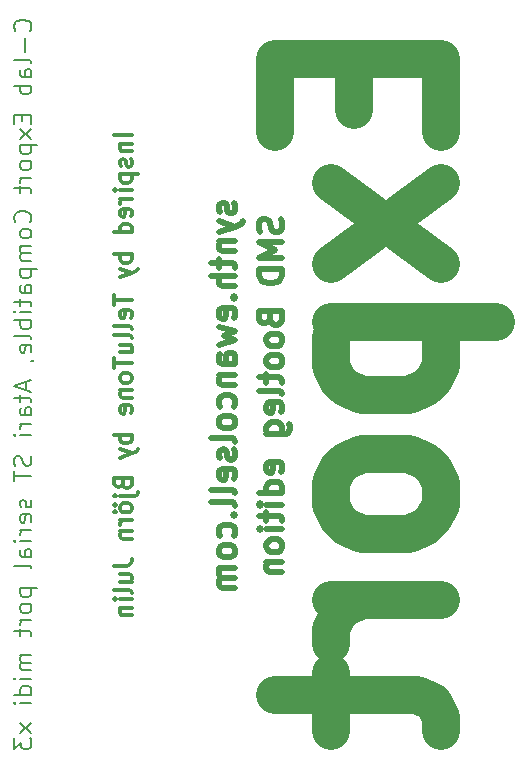
<source format=gbr>
%TF.GenerationSoftware,KiCad,Pcbnew,(5.1.10-1-10_14)*%
%TF.CreationDate,2021-11-16T12:10:24+01:00*%
%TF.ProjectId,Atari Export,41746172-6920-4457-9870-6f72742e6b69,rev?*%
%TF.SameCoordinates,Original*%
%TF.FileFunction,Legend,Bot*%
%TF.FilePolarity,Positive*%
%FSLAX46Y46*%
G04 Gerber Fmt 4.6, Leading zero omitted, Abs format (unit mm)*
G04 Created by KiCad (PCBNEW (5.1.10-1-10_14)) date 2021-11-16 12:10:24*
%MOMM*%
%LPD*%
G01*
G04 APERTURE LIST*
%ADD10C,0.300000*%
%ADD11C,0.500000*%
%ADD12C,3.250000*%
%ADD13C,0.200000*%
G04 APERTURE END LIST*
D10*
X100178571Y-55928571D02*
X98678571Y-55928571D01*
X99178571Y-56642857D02*
X100178571Y-56642857D01*
X99321428Y-56642857D02*
X99250000Y-56714285D01*
X99178571Y-56857142D01*
X99178571Y-57071428D01*
X99250000Y-57214285D01*
X99392857Y-57285714D01*
X100178571Y-57285714D01*
X100107142Y-57928571D02*
X100178571Y-58071428D01*
X100178571Y-58357142D01*
X100107142Y-58500000D01*
X99964285Y-58571428D01*
X99892857Y-58571428D01*
X99750000Y-58500000D01*
X99678571Y-58357142D01*
X99678571Y-58142857D01*
X99607142Y-58000000D01*
X99464285Y-57928571D01*
X99392857Y-57928571D01*
X99250000Y-58000000D01*
X99178571Y-58142857D01*
X99178571Y-58357142D01*
X99250000Y-58500000D01*
X99178571Y-59214285D02*
X100678571Y-59214285D01*
X99250000Y-59214285D02*
X99178571Y-59357142D01*
X99178571Y-59642857D01*
X99250000Y-59785714D01*
X99321428Y-59857142D01*
X99464285Y-59928571D01*
X99892857Y-59928571D01*
X100035714Y-59857142D01*
X100107142Y-59785714D01*
X100178571Y-59642857D01*
X100178571Y-59357142D01*
X100107142Y-59214285D01*
X100178571Y-60571428D02*
X99178571Y-60571428D01*
X98678571Y-60571428D02*
X98750000Y-60500000D01*
X98821428Y-60571428D01*
X98750000Y-60642857D01*
X98678571Y-60571428D01*
X98821428Y-60571428D01*
X100178571Y-61285714D02*
X99178571Y-61285714D01*
X99464285Y-61285714D02*
X99321428Y-61357142D01*
X99250000Y-61428571D01*
X99178571Y-61571428D01*
X99178571Y-61714285D01*
X100107142Y-62785714D02*
X100178571Y-62642857D01*
X100178571Y-62357142D01*
X100107142Y-62214285D01*
X99964285Y-62142857D01*
X99392857Y-62142857D01*
X99250000Y-62214285D01*
X99178571Y-62357142D01*
X99178571Y-62642857D01*
X99250000Y-62785714D01*
X99392857Y-62857142D01*
X99535714Y-62857142D01*
X99678571Y-62142857D01*
X100178571Y-64142857D02*
X98678571Y-64142857D01*
X100107142Y-64142857D02*
X100178571Y-64000000D01*
X100178571Y-63714285D01*
X100107142Y-63571428D01*
X100035714Y-63500000D01*
X99892857Y-63428571D01*
X99464285Y-63428571D01*
X99321428Y-63500000D01*
X99250000Y-63571428D01*
X99178571Y-63714285D01*
X99178571Y-64000000D01*
X99250000Y-64142857D01*
X100178571Y-66000000D02*
X98678571Y-66000000D01*
X99250000Y-66000000D02*
X99178571Y-66142857D01*
X99178571Y-66428571D01*
X99250000Y-66571428D01*
X99321428Y-66642857D01*
X99464285Y-66714285D01*
X99892857Y-66714285D01*
X100035714Y-66642857D01*
X100107142Y-66571428D01*
X100178571Y-66428571D01*
X100178571Y-66142857D01*
X100107142Y-66000000D01*
X99178571Y-67214285D02*
X100178571Y-67571428D01*
X99178571Y-67928571D02*
X100178571Y-67571428D01*
X100535714Y-67428571D01*
X100607142Y-67357142D01*
X100678571Y-67214285D01*
X98678571Y-69428571D02*
X98678571Y-70285714D01*
X100178571Y-69857142D02*
X98678571Y-69857142D01*
X100107142Y-71357142D02*
X100178571Y-71214285D01*
X100178571Y-70928571D01*
X100107142Y-70785714D01*
X99964285Y-70714285D01*
X99392857Y-70714285D01*
X99250000Y-70785714D01*
X99178571Y-70928571D01*
X99178571Y-71214285D01*
X99250000Y-71357142D01*
X99392857Y-71428571D01*
X99535714Y-71428571D01*
X99678571Y-70714285D01*
X100178571Y-72285714D02*
X100107142Y-72142857D01*
X99964285Y-72071428D01*
X98678571Y-72071428D01*
X100178571Y-73071428D02*
X100107142Y-72928571D01*
X99964285Y-72857142D01*
X98678571Y-72857142D01*
X99178571Y-74285714D02*
X100178571Y-74285714D01*
X99178571Y-73642857D02*
X99964285Y-73642857D01*
X100107142Y-73714285D01*
X100178571Y-73857142D01*
X100178571Y-74071428D01*
X100107142Y-74214285D01*
X100035714Y-74285714D01*
X98678571Y-74785714D02*
X98678571Y-75642857D01*
X100178571Y-75214285D02*
X98678571Y-75214285D01*
X100178571Y-76357142D02*
X100107142Y-76214285D01*
X100035714Y-76142857D01*
X99892857Y-76071428D01*
X99464285Y-76071428D01*
X99321428Y-76142857D01*
X99250000Y-76214285D01*
X99178571Y-76357142D01*
X99178571Y-76571428D01*
X99250000Y-76714285D01*
X99321428Y-76785714D01*
X99464285Y-76857142D01*
X99892857Y-76857142D01*
X100035714Y-76785714D01*
X100107142Y-76714285D01*
X100178571Y-76571428D01*
X100178571Y-76357142D01*
X99178571Y-77500000D02*
X100178571Y-77500000D01*
X99321428Y-77500000D02*
X99250000Y-77571428D01*
X99178571Y-77714285D01*
X99178571Y-77928571D01*
X99250000Y-78071428D01*
X99392857Y-78142857D01*
X100178571Y-78142857D01*
X100107142Y-79428571D02*
X100178571Y-79285714D01*
X100178571Y-79000000D01*
X100107142Y-78857142D01*
X99964285Y-78785714D01*
X99392857Y-78785714D01*
X99250000Y-78857142D01*
X99178571Y-79000000D01*
X99178571Y-79285714D01*
X99250000Y-79428571D01*
X99392857Y-79500000D01*
X99535714Y-79500000D01*
X99678571Y-78785714D01*
X100178571Y-81285714D02*
X98678571Y-81285714D01*
X99250000Y-81285714D02*
X99178571Y-81428571D01*
X99178571Y-81714285D01*
X99250000Y-81857142D01*
X99321428Y-81928571D01*
X99464285Y-82000000D01*
X99892857Y-82000000D01*
X100035714Y-81928571D01*
X100107142Y-81857142D01*
X100178571Y-81714285D01*
X100178571Y-81428571D01*
X100107142Y-81285714D01*
X99178571Y-82500000D02*
X100178571Y-82857142D01*
X99178571Y-83214285D02*
X100178571Y-82857142D01*
X100535714Y-82714285D01*
X100607142Y-82642857D01*
X100678571Y-82500000D01*
X99392857Y-85428571D02*
X99464285Y-85642857D01*
X99535714Y-85714285D01*
X99678571Y-85785714D01*
X99892857Y-85785714D01*
X100035714Y-85714285D01*
X100107142Y-85642857D01*
X100178571Y-85500000D01*
X100178571Y-84928571D01*
X98678571Y-84928571D01*
X98678571Y-85428571D01*
X98750000Y-85571428D01*
X98821428Y-85642857D01*
X98964285Y-85714285D01*
X99107142Y-85714285D01*
X99250000Y-85642857D01*
X99321428Y-85571428D01*
X99392857Y-85428571D01*
X99392857Y-84928571D01*
X99178571Y-86428571D02*
X100464285Y-86428571D01*
X100607142Y-86357142D01*
X100678571Y-86214285D01*
X100678571Y-86142857D01*
X98678571Y-86428571D02*
X98750000Y-86357142D01*
X98821428Y-86428571D01*
X98750000Y-86500000D01*
X98678571Y-86428571D01*
X98821428Y-86428571D01*
X100178571Y-87357142D02*
X100107142Y-87214285D01*
X100035714Y-87142857D01*
X99892857Y-87071428D01*
X99464285Y-87071428D01*
X99321428Y-87142857D01*
X99250000Y-87214285D01*
X99178571Y-87357142D01*
X99178571Y-87571428D01*
X99250000Y-87714285D01*
X99321428Y-87785714D01*
X99464285Y-87857142D01*
X99892857Y-87857142D01*
X100035714Y-87785714D01*
X100107142Y-87714285D01*
X100178571Y-87571428D01*
X100178571Y-87357142D01*
X98678571Y-87214285D02*
X98750000Y-87285714D01*
X98821428Y-87214285D01*
X98750000Y-87142857D01*
X98678571Y-87214285D01*
X98821428Y-87214285D01*
X98678571Y-87785714D02*
X98750000Y-87857142D01*
X98821428Y-87785714D01*
X98750000Y-87714285D01*
X98678571Y-87785714D01*
X98821428Y-87785714D01*
X100178571Y-88500000D02*
X99178571Y-88500000D01*
X99464285Y-88500000D02*
X99321428Y-88571428D01*
X99250000Y-88642857D01*
X99178571Y-88785714D01*
X99178571Y-88928571D01*
X99178571Y-89428571D02*
X100178571Y-89428571D01*
X99321428Y-89428571D02*
X99250000Y-89500000D01*
X99178571Y-89642857D01*
X99178571Y-89857142D01*
X99250000Y-90000000D01*
X99392857Y-90071428D01*
X100178571Y-90071428D01*
X98678571Y-92357142D02*
X99750000Y-92357142D01*
X99964285Y-92285714D01*
X100107142Y-92142857D01*
X100178571Y-91928571D01*
X100178571Y-91785714D01*
X99178571Y-93714285D02*
X100178571Y-93714285D01*
X99178571Y-93071428D02*
X99964285Y-93071428D01*
X100107142Y-93142857D01*
X100178571Y-93285714D01*
X100178571Y-93500000D01*
X100107142Y-93642857D01*
X100035714Y-93714285D01*
X100178571Y-94642857D02*
X100107142Y-94500000D01*
X99964285Y-94428571D01*
X98678571Y-94428571D01*
X100178571Y-95214285D02*
X99178571Y-95214285D01*
X98678571Y-95214285D02*
X98750000Y-95142857D01*
X98821428Y-95214285D01*
X98750000Y-95285714D01*
X98678571Y-95214285D01*
X98821428Y-95214285D01*
X99178571Y-95928571D02*
X100178571Y-95928571D01*
X99321428Y-95928571D02*
X99250000Y-96000000D01*
X99178571Y-96142857D01*
X99178571Y-96357142D01*
X99250000Y-96500000D01*
X99392857Y-96571428D01*
X100178571Y-96571428D01*
D11*
X112809523Y-63000000D02*
X112904761Y-63285714D01*
X112904761Y-63761904D01*
X112809523Y-63952380D01*
X112714285Y-64047619D01*
X112523809Y-64142857D01*
X112333333Y-64142857D01*
X112142857Y-64047619D01*
X112047619Y-63952380D01*
X111952380Y-63761904D01*
X111857142Y-63380952D01*
X111761904Y-63190476D01*
X111666666Y-63095238D01*
X111476190Y-63000000D01*
X111285714Y-63000000D01*
X111095238Y-63095238D01*
X111000000Y-63190476D01*
X110904761Y-63380952D01*
X110904761Y-63857142D01*
X111000000Y-64142857D01*
X112904761Y-65000000D02*
X110904761Y-65000000D01*
X112333333Y-65666666D01*
X110904761Y-66333333D01*
X112904761Y-66333333D01*
X112904761Y-67285714D02*
X110904761Y-67285714D01*
X110904761Y-67761904D01*
X111000000Y-68047619D01*
X111190476Y-68238095D01*
X111380952Y-68333333D01*
X111761904Y-68428571D01*
X112047619Y-68428571D01*
X112428571Y-68333333D01*
X112619047Y-68238095D01*
X112809523Y-68047619D01*
X112904761Y-67761904D01*
X112904761Y-67285714D01*
X111857142Y-71476190D02*
X111952380Y-71761904D01*
X112047619Y-71857142D01*
X112238095Y-71952380D01*
X112523809Y-71952380D01*
X112714285Y-71857142D01*
X112809523Y-71761904D01*
X112904761Y-71571428D01*
X112904761Y-70809523D01*
X110904761Y-70809523D01*
X110904761Y-71476190D01*
X111000000Y-71666666D01*
X111095238Y-71761904D01*
X111285714Y-71857142D01*
X111476190Y-71857142D01*
X111666666Y-71761904D01*
X111761904Y-71666666D01*
X111857142Y-71476190D01*
X111857142Y-70809523D01*
X112904761Y-73095238D02*
X112809523Y-72904761D01*
X112714285Y-72809523D01*
X112523809Y-72714285D01*
X111952380Y-72714285D01*
X111761904Y-72809523D01*
X111666666Y-72904761D01*
X111571428Y-73095238D01*
X111571428Y-73380952D01*
X111666666Y-73571428D01*
X111761904Y-73666666D01*
X111952380Y-73761904D01*
X112523809Y-73761904D01*
X112714285Y-73666666D01*
X112809523Y-73571428D01*
X112904761Y-73380952D01*
X112904761Y-73095238D01*
X112904761Y-74904761D02*
X112809523Y-74714285D01*
X112714285Y-74619047D01*
X112523809Y-74523809D01*
X111952380Y-74523809D01*
X111761904Y-74619047D01*
X111666666Y-74714285D01*
X111571428Y-74904761D01*
X111571428Y-75190476D01*
X111666666Y-75380952D01*
X111761904Y-75476190D01*
X111952380Y-75571428D01*
X112523809Y-75571428D01*
X112714285Y-75476190D01*
X112809523Y-75380952D01*
X112904761Y-75190476D01*
X112904761Y-74904761D01*
X111571428Y-76142857D02*
X111571428Y-76904761D01*
X110904761Y-76428571D02*
X112619047Y-76428571D01*
X112809523Y-76523809D01*
X112904761Y-76714285D01*
X112904761Y-76904761D01*
X112904761Y-77857142D02*
X112809523Y-77666666D01*
X112619047Y-77571428D01*
X110904761Y-77571428D01*
X112809523Y-79380952D02*
X112904761Y-79190476D01*
X112904761Y-78809523D01*
X112809523Y-78619047D01*
X112619047Y-78523809D01*
X111857142Y-78523809D01*
X111666666Y-78619047D01*
X111571428Y-78809523D01*
X111571428Y-79190476D01*
X111666666Y-79380952D01*
X111857142Y-79476190D01*
X112047619Y-79476190D01*
X112238095Y-78523809D01*
X111571428Y-81190476D02*
X113190476Y-81190476D01*
X113380952Y-81095238D01*
X113476190Y-81000000D01*
X113571428Y-80809523D01*
X113571428Y-80523809D01*
X113476190Y-80333333D01*
X112809523Y-81190476D02*
X112904761Y-81000000D01*
X112904761Y-80619047D01*
X112809523Y-80428571D01*
X112714285Y-80333333D01*
X112523809Y-80238095D01*
X111952380Y-80238095D01*
X111761904Y-80333333D01*
X111666666Y-80428571D01*
X111571428Y-80619047D01*
X111571428Y-81000000D01*
X111666666Y-81190476D01*
X112809523Y-84428571D02*
X112904761Y-84238095D01*
X112904761Y-83857142D01*
X112809523Y-83666666D01*
X112619047Y-83571428D01*
X111857142Y-83571428D01*
X111666666Y-83666666D01*
X111571428Y-83857142D01*
X111571428Y-84238095D01*
X111666666Y-84428571D01*
X111857142Y-84523809D01*
X112047619Y-84523809D01*
X112238095Y-83571428D01*
X112904761Y-86238095D02*
X110904761Y-86238095D01*
X112809523Y-86238095D02*
X112904761Y-86047619D01*
X112904761Y-85666666D01*
X112809523Y-85476190D01*
X112714285Y-85380952D01*
X112523809Y-85285714D01*
X111952380Y-85285714D01*
X111761904Y-85380952D01*
X111666666Y-85476190D01*
X111571428Y-85666666D01*
X111571428Y-86047619D01*
X111666666Y-86238095D01*
X112904761Y-87190476D02*
X111571428Y-87190476D01*
X110904761Y-87190476D02*
X111000000Y-87095238D01*
X111095238Y-87190476D01*
X111000000Y-87285714D01*
X110904761Y-87190476D01*
X111095238Y-87190476D01*
X111571428Y-87857142D02*
X111571428Y-88619047D01*
X110904761Y-88142857D02*
X112619047Y-88142857D01*
X112809523Y-88238095D01*
X112904761Y-88428571D01*
X112904761Y-88619047D01*
X112904761Y-89285714D02*
X111571428Y-89285714D01*
X110904761Y-89285714D02*
X111000000Y-89190476D01*
X111095238Y-89285714D01*
X111000000Y-89380952D01*
X110904761Y-89285714D01*
X111095238Y-89285714D01*
X112904761Y-90523809D02*
X112809523Y-90333333D01*
X112714285Y-90238095D01*
X112523809Y-90142857D01*
X111952380Y-90142857D01*
X111761904Y-90238095D01*
X111666666Y-90333333D01*
X111571428Y-90523809D01*
X111571428Y-90809523D01*
X111666666Y-91000000D01*
X111761904Y-91095238D01*
X111952380Y-91190476D01*
X112523809Y-91190476D01*
X112714285Y-91095238D01*
X112809523Y-91000000D01*
X112904761Y-90809523D01*
X112904761Y-90523809D01*
X111571428Y-92047619D02*
X112904761Y-92047619D01*
X111761904Y-92047619D02*
X111666666Y-92142857D01*
X111571428Y-92333333D01*
X111571428Y-92619047D01*
X111666666Y-92809523D01*
X111857142Y-92904761D01*
X112904761Y-92904761D01*
D12*
X119000000Y-49452380D02*
X119000000Y-53785714D01*
X126333333Y-55642857D02*
X126333333Y-49452380D01*
X112333333Y-49452380D01*
X112333333Y-55642857D01*
X126333333Y-59976190D02*
X117000000Y-66785714D01*
X117000000Y-59976190D02*
X126333333Y-66785714D01*
X117000000Y-71738095D02*
X131000000Y-71738095D01*
X117666666Y-71738095D02*
X117000000Y-72976190D01*
X117000000Y-75452380D01*
X117666666Y-76690476D01*
X118333333Y-77309523D01*
X119666666Y-77928571D01*
X123666666Y-77928571D01*
X125000000Y-77309523D01*
X125666666Y-76690476D01*
X126333333Y-75452380D01*
X126333333Y-72976190D01*
X125666666Y-71738095D01*
X126333333Y-85357142D02*
X125666666Y-84119047D01*
X125000000Y-83500000D01*
X123666666Y-82880952D01*
X119666666Y-82880952D01*
X118333333Y-83500000D01*
X117666666Y-84119047D01*
X117000000Y-85357142D01*
X117000000Y-87214285D01*
X117666666Y-88452380D01*
X118333333Y-89071428D01*
X119666666Y-89690476D01*
X123666666Y-89690476D01*
X125000000Y-89071428D01*
X125666666Y-88452380D01*
X126333333Y-87214285D01*
X126333333Y-85357142D01*
X126333333Y-95261904D02*
X117000000Y-95261904D01*
X119666666Y-95261904D02*
X118333333Y-95880952D01*
X117666666Y-96500000D01*
X117000000Y-97738095D01*
X117000000Y-98976190D01*
X117000000Y-101452380D02*
X117000000Y-106404761D01*
X112333333Y-103309523D02*
X124333333Y-103309523D01*
X125666666Y-103928571D01*
X126333333Y-105166666D01*
X126333333Y-106404761D01*
D13*
X91535714Y-47071428D02*
X91607142Y-47000000D01*
X91678571Y-46785714D01*
X91678571Y-46642857D01*
X91607142Y-46428571D01*
X91464285Y-46285714D01*
X91321428Y-46214285D01*
X91035714Y-46142857D01*
X90821428Y-46142857D01*
X90535714Y-46214285D01*
X90392857Y-46285714D01*
X90250000Y-46428571D01*
X90178571Y-46642857D01*
X90178571Y-46785714D01*
X90250000Y-47000000D01*
X90321428Y-47071428D01*
X91107142Y-47714285D02*
X91107142Y-48857142D01*
X91678571Y-49785714D02*
X91607142Y-49642857D01*
X91464285Y-49571428D01*
X90178571Y-49571428D01*
X91678571Y-51000000D02*
X90892857Y-51000000D01*
X90750000Y-50928571D01*
X90678571Y-50785714D01*
X90678571Y-50500000D01*
X90750000Y-50357142D01*
X91607142Y-51000000D02*
X91678571Y-50857142D01*
X91678571Y-50500000D01*
X91607142Y-50357142D01*
X91464285Y-50285714D01*
X91321428Y-50285714D01*
X91178571Y-50357142D01*
X91107142Y-50500000D01*
X91107142Y-50857142D01*
X91035714Y-51000000D01*
X91678571Y-51714285D02*
X90178571Y-51714285D01*
X90750000Y-51714285D02*
X90678571Y-51857142D01*
X90678571Y-52142857D01*
X90750000Y-52285714D01*
X90821428Y-52357142D01*
X90964285Y-52428571D01*
X91392857Y-52428571D01*
X91535714Y-52357142D01*
X91607142Y-52285714D01*
X91678571Y-52142857D01*
X91678571Y-51857142D01*
X91607142Y-51714285D01*
X90892857Y-54214285D02*
X90892857Y-54714285D01*
X91678571Y-54928571D02*
X91678571Y-54214285D01*
X90178571Y-54214285D01*
X90178571Y-54928571D01*
X91678571Y-55428571D02*
X90678571Y-56214285D01*
X90678571Y-55428571D02*
X91678571Y-56214285D01*
X90678571Y-56785714D02*
X92178571Y-56785714D01*
X90750000Y-56785714D02*
X90678571Y-56928571D01*
X90678571Y-57214285D01*
X90750000Y-57357142D01*
X90821428Y-57428571D01*
X90964285Y-57500000D01*
X91392857Y-57500000D01*
X91535714Y-57428571D01*
X91607142Y-57357142D01*
X91678571Y-57214285D01*
X91678571Y-56928571D01*
X91607142Y-56785714D01*
X91678571Y-58357142D02*
X91607142Y-58214285D01*
X91535714Y-58142857D01*
X91392857Y-58071428D01*
X90964285Y-58071428D01*
X90821428Y-58142857D01*
X90750000Y-58214285D01*
X90678571Y-58357142D01*
X90678571Y-58571428D01*
X90750000Y-58714285D01*
X90821428Y-58785714D01*
X90964285Y-58857142D01*
X91392857Y-58857142D01*
X91535714Y-58785714D01*
X91607142Y-58714285D01*
X91678571Y-58571428D01*
X91678571Y-58357142D01*
X91678571Y-59500000D02*
X90678571Y-59500000D01*
X90964285Y-59500000D02*
X90821428Y-59571428D01*
X90750000Y-59642857D01*
X90678571Y-59785714D01*
X90678571Y-59928571D01*
X90678571Y-60214285D02*
X90678571Y-60785714D01*
X90178571Y-60428571D02*
X91464285Y-60428571D01*
X91607142Y-60500000D01*
X91678571Y-60642857D01*
X91678571Y-60785714D01*
X91535714Y-63285714D02*
X91607142Y-63214285D01*
X91678571Y-63000000D01*
X91678571Y-62857142D01*
X91607142Y-62642857D01*
X91464285Y-62500000D01*
X91321428Y-62428571D01*
X91035714Y-62357142D01*
X90821428Y-62357142D01*
X90535714Y-62428571D01*
X90392857Y-62500000D01*
X90250000Y-62642857D01*
X90178571Y-62857142D01*
X90178571Y-63000000D01*
X90250000Y-63214285D01*
X90321428Y-63285714D01*
X91678571Y-64142857D02*
X91607142Y-64000000D01*
X91535714Y-63928571D01*
X91392857Y-63857142D01*
X90964285Y-63857142D01*
X90821428Y-63928571D01*
X90750000Y-64000000D01*
X90678571Y-64142857D01*
X90678571Y-64357142D01*
X90750000Y-64500000D01*
X90821428Y-64571428D01*
X90964285Y-64642857D01*
X91392857Y-64642857D01*
X91535714Y-64571428D01*
X91607142Y-64500000D01*
X91678571Y-64357142D01*
X91678571Y-64142857D01*
X91678571Y-65285714D02*
X90678571Y-65285714D01*
X90821428Y-65285714D02*
X90750000Y-65357142D01*
X90678571Y-65500000D01*
X90678571Y-65714285D01*
X90750000Y-65857142D01*
X90892857Y-65928571D01*
X91678571Y-65928571D01*
X90892857Y-65928571D02*
X90750000Y-66000000D01*
X90678571Y-66142857D01*
X90678571Y-66357142D01*
X90750000Y-66500000D01*
X90892857Y-66571428D01*
X91678571Y-66571428D01*
X90678571Y-67285714D02*
X92178571Y-67285714D01*
X90750000Y-67285714D02*
X90678571Y-67428571D01*
X90678571Y-67714285D01*
X90750000Y-67857142D01*
X90821428Y-67928571D01*
X90964285Y-68000000D01*
X91392857Y-68000000D01*
X91535714Y-67928571D01*
X91607142Y-67857142D01*
X91678571Y-67714285D01*
X91678571Y-67428571D01*
X91607142Y-67285714D01*
X91678571Y-69285714D02*
X90892857Y-69285714D01*
X90750000Y-69214285D01*
X90678571Y-69071428D01*
X90678571Y-68785714D01*
X90750000Y-68642857D01*
X91607142Y-69285714D02*
X91678571Y-69142857D01*
X91678571Y-68785714D01*
X91607142Y-68642857D01*
X91464285Y-68571428D01*
X91321428Y-68571428D01*
X91178571Y-68642857D01*
X91107142Y-68785714D01*
X91107142Y-69142857D01*
X91035714Y-69285714D01*
X90678571Y-69785714D02*
X90678571Y-70357142D01*
X90178571Y-70000000D02*
X91464285Y-70000000D01*
X91607142Y-70071428D01*
X91678571Y-70214285D01*
X91678571Y-70357142D01*
X91678571Y-70857142D02*
X90678571Y-70857142D01*
X90178571Y-70857142D02*
X90250000Y-70785714D01*
X90321428Y-70857142D01*
X90250000Y-70928571D01*
X90178571Y-70857142D01*
X90321428Y-70857142D01*
X91678571Y-71571428D02*
X90178571Y-71571428D01*
X90750000Y-71571428D02*
X90678571Y-71714285D01*
X90678571Y-72000000D01*
X90750000Y-72142857D01*
X90821428Y-72214285D01*
X90964285Y-72285714D01*
X91392857Y-72285714D01*
X91535714Y-72214285D01*
X91607142Y-72142857D01*
X91678571Y-72000000D01*
X91678571Y-71714285D01*
X91607142Y-71571428D01*
X91678571Y-73142857D02*
X91607142Y-73000000D01*
X91464285Y-72928571D01*
X90178571Y-72928571D01*
X91607142Y-74285714D02*
X91678571Y-74142857D01*
X91678571Y-73857142D01*
X91607142Y-73714285D01*
X91464285Y-73642857D01*
X90892857Y-73642857D01*
X90750000Y-73714285D01*
X90678571Y-73857142D01*
X90678571Y-74142857D01*
X90750000Y-74285714D01*
X90892857Y-74357142D01*
X91035714Y-74357142D01*
X91178571Y-73642857D01*
X91607142Y-75071428D02*
X91678571Y-75071428D01*
X91821428Y-75000000D01*
X91892857Y-74928571D01*
X91250000Y-76785714D02*
X91250000Y-77500000D01*
X91678571Y-76642857D02*
X90178571Y-77142857D01*
X91678571Y-77642857D01*
X90678571Y-77928571D02*
X90678571Y-78500000D01*
X90178571Y-78142857D02*
X91464285Y-78142857D01*
X91607142Y-78214285D01*
X91678571Y-78357142D01*
X91678571Y-78500000D01*
X91678571Y-79642857D02*
X90892857Y-79642857D01*
X90750000Y-79571428D01*
X90678571Y-79428571D01*
X90678571Y-79142857D01*
X90750000Y-79000000D01*
X91607142Y-79642857D02*
X91678571Y-79500000D01*
X91678571Y-79142857D01*
X91607142Y-79000000D01*
X91464285Y-78928571D01*
X91321428Y-78928571D01*
X91178571Y-79000000D01*
X91107142Y-79142857D01*
X91107142Y-79500000D01*
X91035714Y-79642857D01*
X91678571Y-80357142D02*
X90678571Y-80357142D01*
X90964285Y-80357142D02*
X90821428Y-80428571D01*
X90750000Y-80500000D01*
X90678571Y-80642857D01*
X90678571Y-80785714D01*
X91678571Y-81285714D02*
X90678571Y-81285714D01*
X90178571Y-81285714D02*
X90250000Y-81214285D01*
X90321428Y-81285714D01*
X90250000Y-81357142D01*
X90178571Y-81285714D01*
X90321428Y-81285714D01*
X91607142Y-83071428D02*
X91678571Y-83285714D01*
X91678571Y-83642857D01*
X91607142Y-83785714D01*
X91535714Y-83857142D01*
X91392857Y-83928571D01*
X91250000Y-83928571D01*
X91107142Y-83857142D01*
X91035714Y-83785714D01*
X90964285Y-83642857D01*
X90892857Y-83357142D01*
X90821428Y-83214285D01*
X90750000Y-83142857D01*
X90607142Y-83071428D01*
X90464285Y-83071428D01*
X90321428Y-83142857D01*
X90250000Y-83214285D01*
X90178571Y-83357142D01*
X90178571Y-83714285D01*
X90250000Y-83928571D01*
X90178571Y-84357142D02*
X90178571Y-85214285D01*
X91678571Y-84785714D02*
X90178571Y-84785714D01*
X91607142Y-86785714D02*
X91678571Y-86928571D01*
X91678571Y-87214285D01*
X91607142Y-87357142D01*
X91464285Y-87428571D01*
X91392857Y-87428571D01*
X91250000Y-87357142D01*
X91178571Y-87214285D01*
X91178571Y-87000000D01*
X91107142Y-86857142D01*
X90964285Y-86785714D01*
X90892857Y-86785714D01*
X90750000Y-86857142D01*
X90678571Y-87000000D01*
X90678571Y-87214285D01*
X90750000Y-87357142D01*
X91607142Y-88642857D02*
X91678571Y-88500000D01*
X91678571Y-88214285D01*
X91607142Y-88071428D01*
X91464285Y-88000000D01*
X90892857Y-88000000D01*
X90750000Y-88071428D01*
X90678571Y-88214285D01*
X90678571Y-88500000D01*
X90750000Y-88642857D01*
X90892857Y-88714285D01*
X91035714Y-88714285D01*
X91178571Y-88000000D01*
X91678571Y-89357142D02*
X90678571Y-89357142D01*
X90964285Y-89357142D02*
X90821428Y-89428571D01*
X90750000Y-89500000D01*
X90678571Y-89642857D01*
X90678571Y-89785714D01*
X91678571Y-90285714D02*
X90678571Y-90285714D01*
X90178571Y-90285714D02*
X90250000Y-90214285D01*
X90321428Y-90285714D01*
X90250000Y-90357142D01*
X90178571Y-90285714D01*
X90321428Y-90285714D01*
X91678571Y-91642857D02*
X90892857Y-91642857D01*
X90750000Y-91571428D01*
X90678571Y-91428571D01*
X90678571Y-91142857D01*
X90750000Y-91000000D01*
X91607142Y-91642857D02*
X91678571Y-91500000D01*
X91678571Y-91142857D01*
X91607142Y-91000000D01*
X91464285Y-90928571D01*
X91321428Y-90928571D01*
X91178571Y-91000000D01*
X91107142Y-91142857D01*
X91107142Y-91500000D01*
X91035714Y-91642857D01*
X91678571Y-92571428D02*
X91607142Y-92428571D01*
X91464285Y-92357142D01*
X90178571Y-92357142D01*
X90678571Y-94285714D02*
X92178571Y-94285714D01*
X90750000Y-94285714D02*
X90678571Y-94428571D01*
X90678571Y-94714285D01*
X90750000Y-94857142D01*
X90821428Y-94928571D01*
X90964285Y-95000000D01*
X91392857Y-95000000D01*
X91535714Y-94928571D01*
X91607142Y-94857142D01*
X91678571Y-94714285D01*
X91678571Y-94428571D01*
X91607142Y-94285714D01*
X91678571Y-95857142D02*
X91607142Y-95714285D01*
X91535714Y-95642857D01*
X91392857Y-95571428D01*
X90964285Y-95571428D01*
X90821428Y-95642857D01*
X90750000Y-95714285D01*
X90678571Y-95857142D01*
X90678571Y-96071428D01*
X90750000Y-96214285D01*
X90821428Y-96285714D01*
X90964285Y-96357142D01*
X91392857Y-96357142D01*
X91535714Y-96285714D01*
X91607142Y-96214285D01*
X91678571Y-96071428D01*
X91678571Y-95857142D01*
X91678571Y-97000000D02*
X90678571Y-97000000D01*
X90964285Y-97000000D02*
X90821428Y-97071428D01*
X90750000Y-97142857D01*
X90678571Y-97285714D01*
X90678571Y-97428571D01*
X90678571Y-97714285D02*
X90678571Y-98285714D01*
X90178571Y-97928571D02*
X91464285Y-97928571D01*
X91607142Y-98000000D01*
X91678571Y-98142857D01*
X91678571Y-98285714D01*
X91678571Y-99928571D02*
X90678571Y-99928571D01*
X90821428Y-99928571D02*
X90750000Y-100000000D01*
X90678571Y-100142857D01*
X90678571Y-100357142D01*
X90750000Y-100500000D01*
X90892857Y-100571428D01*
X91678571Y-100571428D01*
X90892857Y-100571428D02*
X90750000Y-100642857D01*
X90678571Y-100785714D01*
X90678571Y-101000000D01*
X90750000Y-101142857D01*
X90892857Y-101214285D01*
X91678571Y-101214285D01*
X91678571Y-101928571D02*
X90678571Y-101928571D01*
X90178571Y-101928571D02*
X90250000Y-101857142D01*
X90321428Y-101928571D01*
X90250000Y-102000000D01*
X90178571Y-101928571D01*
X90321428Y-101928571D01*
X91678571Y-103285714D02*
X90178571Y-103285714D01*
X91607142Y-103285714D02*
X91678571Y-103142857D01*
X91678571Y-102857142D01*
X91607142Y-102714285D01*
X91535714Y-102642857D01*
X91392857Y-102571428D01*
X90964285Y-102571428D01*
X90821428Y-102642857D01*
X90750000Y-102714285D01*
X90678571Y-102857142D01*
X90678571Y-103142857D01*
X90750000Y-103285714D01*
X91678571Y-104000000D02*
X90678571Y-104000000D01*
X90178571Y-104000000D02*
X90250000Y-103928571D01*
X90321428Y-104000000D01*
X90250000Y-104071428D01*
X90178571Y-104000000D01*
X90321428Y-104000000D01*
X91678571Y-105714285D02*
X90678571Y-106500000D01*
X90678571Y-105714285D02*
X91678571Y-106500000D01*
X90178571Y-106928571D02*
X90178571Y-107857142D01*
X90750000Y-107357142D01*
X90750000Y-107571428D01*
X90821428Y-107714285D01*
X90892857Y-107785714D01*
X91035714Y-107857142D01*
X91392857Y-107857142D01*
X91535714Y-107785714D01*
X91607142Y-107714285D01*
X91678571Y-107571428D01*
X91678571Y-107142857D01*
X91607142Y-107000000D01*
X91535714Y-106928571D01*
D11*
X108809523Y-61666666D02*
X108904761Y-61857142D01*
X108904761Y-62238095D01*
X108809523Y-62428571D01*
X108619047Y-62523809D01*
X108523809Y-62523809D01*
X108333333Y-62428571D01*
X108238095Y-62238095D01*
X108238095Y-61952380D01*
X108142857Y-61761904D01*
X107952380Y-61666666D01*
X107857142Y-61666666D01*
X107666666Y-61761904D01*
X107571428Y-61952380D01*
X107571428Y-62238095D01*
X107666666Y-62428571D01*
X107571428Y-63190476D02*
X108904761Y-63666666D01*
X107571428Y-64142857D02*
X108904761Y-63666666D01*
X109380952Y-63476190D01*
X109476190Y-63380952D01*
X109571428Y-63190476D01*
X107571428Y-64904761D02*
X108904761Y-64904761D01*
X107761904Y-64904761D02*
X107666666Y-65000000D01*
X107571428Y-65190476D01*
X107571428Y-65476190D01*
X107666666Y-65666666D01*
X107857142Y-65761904D01*
X108904761Y-65761904D01*
X107571428Y-66428571D02*
X107571428Y-67190476D01*
X106904761Y-66714285D02*
X108619047Y-66714285D01*
X108809523Y-66809523D01*
X108904761Y-67000000D01*
X108904761Y-67190476D01*
X108904761Y-67857142D02*
X106904761Y-67857142D01*
X108904761Y-68714285D02*
X107857142Y-68714285D01*
X107666666Y-68619047D01*
X107571428Y-68428571D01*
X107571428Y-68142857D01*
X107666666Y-67952380D01*
X107761904Y-67857142D01*
X108714285Y-69666666D02*
X108809523Y-69761904D01*
X108904761Y-69666666D01*
X108809523Y-69571428D01*
X108714285Y-69666666D01*
X108904761Y-69666666D01*
X108809523Y-71380952D02*
X108904761Y-71190476D01*
X108904761Y-70809523D01*
X108809523Y-70619047D01*
X108619047Y-70523809D01*
X107857142Y-70523809D01*
X107666666Y-70619047D01*
X107571428Y-70809523D01*
X107571428Y-71190476D01*
X107666666Y-71380952D01*
X107857142Y-71476190D01*
X108047619Y-71476190D01*
X108238095Y-70523809D01*
X107571428Y-72142857D02*
X108904761Y-72523809D01*
X107952380Y-72904761D01*
X108904761Y-73285714D01*
X107571428Y-73666666D01*
X108904761Y-75285714D02*
X107857142Y-75285714D01*
X107666666Y-75190476D01*
X107571428Y-75000000D01*
X107571428Y-74619047D01*
X107666666Y-74428571D01*
X108809523Y-75285714D02*
X108904761Y-75095238D01*
X108904761Y-74619047D01*
X108809523Y-74428571D01*
X108619047Y-74333333D01*
X108428571Y-74333333D01*
X108238095Y-74428571D01*
X108142857Y-74619047D01*
X108142857Y-75095238D01*
X108047619Y-75285714D01*
X107571428Y-76238095D02*
X108904761Y-76238095D01*
X107761904Y-76238095D02*
X107666666Y-76333333D01*
X107571428Y-76523809D01*
X107571428Y-76809523D01*
X107666666Y-77000000D01*
X107857142Y-77095238D01*
X108904761Y-77095238D01*
X108809523Y-78904761D02*
X108904761Y-78714285D01*
X108904761Y-78333333D01*
X108809523Y-78142857D01*
X108714285Y-78047619D01*
X108523809Y-77952380D01*
X107952380Y-77952380D01*
X107761904Y-78047619D01*
X107666666Y-78142857D01*
X107571428Y-78333333D01*
X107571428Y-78714285D01*
X107666666Y-78904761D01*
X108904761Y-80047619D02*
X108809523Y-79857142D01*
X108714285Y-79761904D01*
X108523809Y-79666666D01*
X107952380Y-79666666D01*
X107761904Y-79761904D01*
X107666666Y-79857142D01*
X107571428Y-80047619D01*
X107571428Y-80333333D01*
X107666666Y-80523809D01*
X107761904Y-80619047D01*
X107952380Y-80714285D01*
X108523809Y-80714285D01*
X108714285Y-80619047D01*
X108809523Y-80523809D01*
X108904761Y-80333333D01*
X108904761Y-80047619D01*
X108904761Y-81857142D02*
X108809523Y-81666666D01*
X108619047Y-81571428D01*
X106904761Y-81571428D01*
X108809523Y-82523809D02*
X108904761Y-82714285D01*
X108904761Y-83095238D01*
X108809523Y-83285714D01*
X108619047Y-83380952D01*
X108523809Y-83380952D01*
X108333333Y-83285714D01*
X108238095Y-83095238D01*
X108238095Y-82809523D01*
X108142857Y-82619047D01*
X107952380Y-82523809D01*
X107857142Y-82523809D01*
X107666666Y-82619047D01*
X107571428Y-82809523D01*
X107571428Y-83095238D01*
X107666666Y-83285714D01*
X108809523Y-85000000D02*
X108904761Y-84809523D01*
X108904761Y-84428571D01*
X108809523Y-84238095D01*
X108619047Y-84142857D01*
X107857142Y-84142857D01*
X107666666Y-84238095D01*
X107571428Y-84428571D01*
X107571428Y-84809523D01*
X107666666Y-85000000D01*
X107857142Y-85095238D01*
X108047619Y-85095238D01*
X108238095Y-84142857D01*
X108904761Y-86238095D02*
X108809523Y-86047619D01*
X108619047Y-85952380D01*
X106904761Y-85952380D01*
X108904761Y-87285714D02*
X108809523Y-87095238D01*
X108619047Y-86999999D01*
X106904761Y-86999999D01*
X108714285Y-88047619D02*
X108809523Y-88142857D01*
X108904761Y-88047619D01*
X108809523Y-87952380D01*
X108714285Y-88047619D01*
X108904761Y-88047619D01*
X108809523Y-89857142D02*
X108904761Y-89666666D01*
X108904761Y-89285714D01*
X108809523Y-89095238D01*
X108714285Y-88999999D01*
X108523809Y-88904761D01*
X107952380Y-88904761D01*
X107761904Y-88999999D01*
X107666666Y-89095238D01*
X107571428Y-89285714D01*
X107571428Y-89666666D01*
X107666666Y-89857142D01*
X108904761Y-90999999D02*
X108809523Y-90809523D01*
X108714285Y-90714285D01*
X108523809Y-90619047D01*
X107952380Y-90619047D01*
X107761904Y-90714285D01*
X107666666Y-90809523D01*
X107571428Y-90999999D01*
X107571428Y-91285714D01*
X107666666Y-91476190D01*
X107761904Y-91571428D01*
X107952380Y-91666666D01*
X108523809Y-91666666D01*
X108714285Y-91571428D01*
X108809523Y-91476190D01*
X108904761Y-91285714D01*
X108904761Y-90999999D01*
X108904761Y-92523809D02*
X107571428Y-92523809D01*
X107761904Y-92523809D02*
X107666666Y-92619047D01*
X107571428Y-92809523D01*
X107571428Y-93095238D01*
X107666666Y-93285714D01*
X107857142Y-93380952D01*
X108904761Y-93380952D01*
X107857142Y-93380952D02*
X107666666Y-93476190D01*
X107571428Y-93666666D01*
X107571428Y-93952380D01*
X107666666Y-94142857D01*
X107857142Y-94238095D01*
X108904761Y-94238095D01*
M02*

</source>
